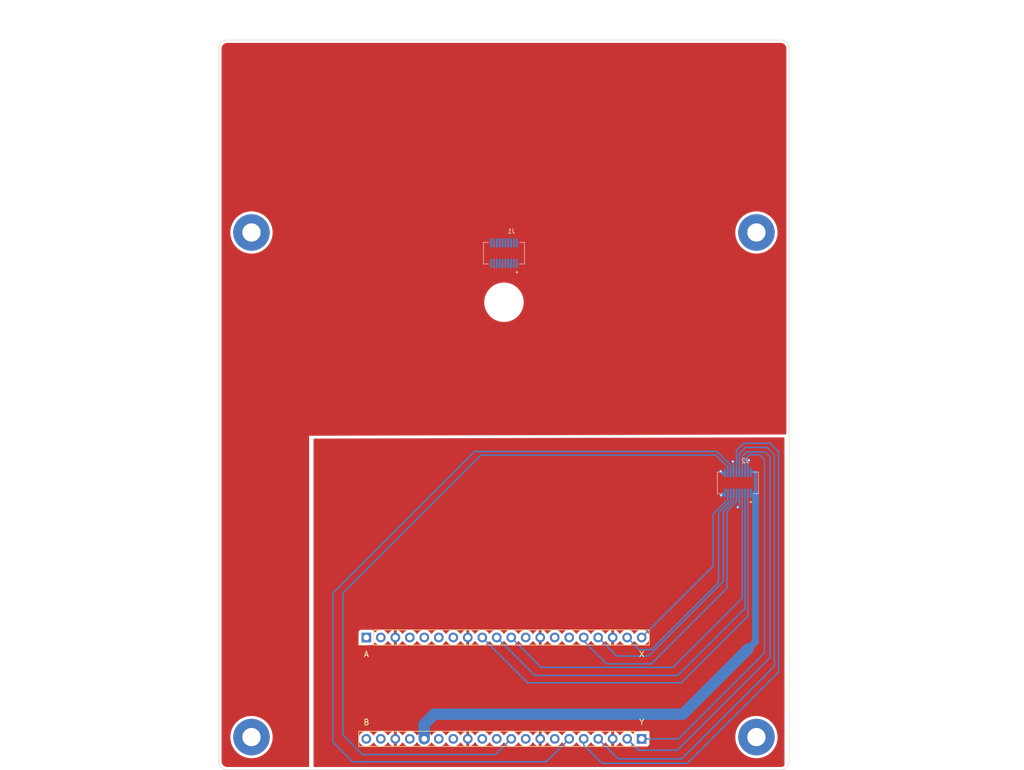
<source format=kicad_pcb>
(kicad_pcb (version 20221018) (generator pcbnew)
  (layers (0 "F.Cu" signal) (31 "B.Cu" signal) (34 "B.Paste" user) (35 "F.Paste" user) (36 "B.SilkS" user "B.Silkscreen") (37 "F.SilkS" user "F.Silkscreen") (38 "B.Mask" user) (39 "F.Mask" user) (44 "Edge.Cuts" user))
  (net 0 "")
  (net 21 "+3.3V")
  (net 22 "/LED_R")
  (net 23 "GND")
  (net 24 "/LED_G")
  (net 25 "/LCD_DC")
  (net 26 "/LED_B")
  (net 27 "/LCD_CS_n")
  (net 28 "/LCD_SCLK")
  (net 29 "/SWA")
  (net 30 "/LCD_MOSI")
  (net 31 "/SWB")
  (net 32 "/SWX")
  (net 33 "/BACKLIGHT_EN")
  (net 34 "/SWY")
  (net 35 "/RESET")
  (footprint "MountingHole:MountingHole_3.2mm_M3_Pad_TopBottom" (layer "F.Cu") (at 183.039934 55.250066)
    (fp_text reference "H4" hide)
    (fp_text value "MountingHole")
    (pad "1" thru_hole circle (at 0 0) (size 3.6 3.6) (drill 3.2) (layers "*.Cu" "*.Mask"))
    (pad "1" connect circle (at 0 0) (size 6.4 6.4) (layers "F.Cu" "F.Mask"))
    (pad "1" connect circle (at 0 0) (size 6.4 6.4) (layers "B.Cu" "B.Mask"))
  )
  (footprint "Connector_PinHeader_2.54mm:PinHeader_1x20_P2.54mm_Vertical" (layer "F.Cu") (at 114.664934 126.28 90)
    (fp_text reference "J3" hide)
    (fp_text value "Conn_01x20")
    (fp_line (start -1.33 -1.33) (end 0 -1.33) (stroke (width 0.12)) (layer "F.SilkS"))
    (fp_line (start -1.33 0) (end -1.33 -1.33) (stroke (width 0.12)) (layer "F.SilkS"))
    (fp_line (start -1.33 1.27) (end -1.33 49.59) (stroke (width 0.12)) (layer "F.SilkS"))
    (fp_line (start -1.33 1.27) (end 1.33 1.27) (stroke (width 0.12)) (layer "F.SilkS"))
    (fp_line (start -1.33 49.59) (end 1.33 49.59) (stroke (width 0.12)) (layer "F.SilkS"))
    (fp_line (start 1.33 1.27) (end 1.33 49.59) (stroke (width 0.12)) (layer "F.SilkS"))
    (pad "1" thru_hole rect (at 0 0 90) (size 1.7 1.7) (drill 1) (layers "*.Cu" "*.Mask"))
    (pad "2" thru_hole oval (at 0 2.54 90) (size 1.7 1.7) (drill 1) (layers "*.Cu" "*.Mask"))
    (pad "3" thru_hole oval (at 0 5.08 90) (size 1.7 1.7) (drill 1) (layers "*.Cu" "*.Mask") (net 23 "GND"))
    (pad "4" thru_hole oval (at 0 7.62 90) (size 1.7 1.7) (drill 1) (layers "*.Cu" "*.Mask"))
    (pad "5" thru_hole oval (at 0 10.16 90) (size 1.7 1.7) (drill 1) (layers "*.Cu" "*.Mask"))
    (pad "6" thru_hole oval (at 0 12.7 90) (size 1.7 1.7) (drill 1) (layers "*.Cu" "*.Mask"))
    (pad "7" thru_hole oval (at 0 15.24 90) (size 1.7 1.7) (drill 1) (layers "*.Cu" "*.Mask"))
    (pad "8" thru_hole oval (at 0 17.78 90) (size 1.7 1.7) (drill 1) (layers "*.Cu" "*.Mask") (net 23 "GND"))
    (pad "9" thru_hole oval (at 0 20.32 90) (size 1.7 1.7) (drill 1) (layers "*.Cu" "*.Mask") (net 22 "/LED_R"))
    (pad "10" thru_hole oval (at 0 22.86 90) (size 1.7 1.7) (drill 1) (layers "*.Cu" "*.Mask") (net 24 "/LED_G"))
    (pad "11" thru_hole oval (at 0 25.4 90) (size 1.7 1.7) (drill 1) (layers "*.Cu" "*.Mask") (net 26 "/LED_B"))
    (pad "12" thru_hole oval (at 0 27.94 90) (size 1.7 1.7) (drill 1) (layers "*.Cu" "*.Mask"))
    (pad "13" thru_hole oval (at 0 30.48 90) (size 1.7 1.7) (drill 1) (layers "*.Cu" "*.Mask") (net 23 "GND"))
    (pad "14" thru_hole oval (at 0 33.02 90) (size 1.7 1.7) (drill 1) (layers "*.Cu" "*.Mask"))
    (pad "15" thru_hole oval (at 0 35.56 90) (size 1.7 1.7) (drill 1) (layers "*.Cu" "*.Mask"))
    (pad "16" thru_hole oval (at 0 38.1 90) (size 1.7 1.7) (drill 1) (layers "*.Cu" "*.Mask") (net 29 "/SWA"))
    (pad "17" thru_hole oval (at 0 40.64 90) (size 1.7 1.7) (drill 1) (layers "*.Cu" "*.Mask") (net 31 "/SWB"))
    (pad "18" thru_hole oval (at 0 43.18 90) (size 1.7 1.7) (drill 1) (layers "*.Cu" "*.Mask") (net 23 "GND"))
    (pad "19" thru_hole oval (at 0 45.72 90) (size 1.7 1.7) (drill 1) (layers "*.Cu" "*.Mask") (net 32 "/SWX"))
    (pad "20" thru_hole oval (at 0 48.26 90) (size 1.7 1.7) (drill 1) (layers "*.Cu" "*.Mask") (net 34 "/SWY"))
  )
  (footprint "MountingHole:MountingHole_3.2mm_M3_Pad_TopBottom" (layer "F.Cu") (at 183.039934 143.750066)
    (fp_text reference "H3" hide)
    (fp_text value "MountingHole")
    (pad "1" thru_hole circle (at 0 0) (size 3.6 3.6) (drill 3.2) (layers "*.Cu" "*.Mask"))
    (pad "1" connect circle (at 0 0) (size 6.4 6.4) (layers "F.Cu" "F.Mask"))
    (pad "1" connect circle (at 0 0) (size 6.4 6.4) (layers "B.Cu" "B.Mask"))
  )
  (footprint "Connector_PinHeader_2.54mm:PinHeader_1x20_P2.54mm_Vertical" (layer "F.Cu") (at 162.924934 144.06 -90)
    (fp_text reference "J4" hide)
    (fp_text value "Conn_01x20")
    (fp_line (start -1.33 -1.33) (end 0 -1.33) (stroke (width 0.12)) (layer "F.SilkS"))
    (fp_line (start -1.33 0) (end -1.33 -1.33) (stroke (width 0.12)) (layer "F.SilkS"))
    (fp_line (start -1.33 1.27) (end -1.33 49.59) (stroke (width 0.12)) (layer "F.SilkS"))
    (fp_line (start -1.33 1.27) (end 1.33 1.27) (stroke (width 0.12)) (layer "F.SilkS"))
    (fp_line (start -1.33 49.59) (end 1.33 49.59) (stroke (width 0.12)) (layer "F.SilkS"))
    (fp_line (start 1.33 1.27) (end 1.33 49.59) (stroke (width 0.12)) (layer "F.SilkS"))
    (pad "1" thru_hole rect (at 0 0 270) (size 1.7 1.7) (drill 1) (layers "*.Cu" "*.Mask") (net 25 "/LCD_DC"))
    (pad "2" thru_hole oval (at 0 2.54 270) (size 1.7 1.7) (drill 1) (layers "*.Cu" "*.Mask") (net 27 "/LCD_CS_n"))
    (pad "3" thru_hole oval (at 0 5.08 270) (size 1.7 1.7) (drill 1) (layers "*.Cu" "*.Mask") (net 23 "GND"))
    (pad "4" thru_hole oval (at 0 7.62 270) (size 1.7 1.7) (drill 1) (layers "*.Cu" "*.Mask") (net 28 "/LCD_SCLK"))
    (pad "5" thru_hole oval (at 0 10.16 270) (size 1.7 1.7) (drill 1) (layers "*.Cu" "*.Mask") (net 30 "/LCD_MOSI"))
    (pad "6" thru_hole oval (at 0 12.7 270) (size 1.7 1.7) (drill 1) (layers "*.Cu" "*.Mask") (net 33 "/BACKLIGHT_EN"))
    (pad "7" thru_hole oval (at 0 15.24 270) (size 1.7 1.7) (drill 1) (layers "*.Cu" "*.Mask"))
    (pad "8" thru_hole oval (at 0 17.78 270) (size 1.7 1.7) (drill 1) (layers "*.Cu" "*.Mask") (net 23 "GND"))
    (pad "9" thru_hole oval (at 0 20.32 270) (size 1.7 1.7) (drill 1) (layers "*.Cu" "*.Mask"))
    (pad "10" thru_hole oval (at 0 22.86 270) (size 1.7 1.7) (drill 1) (layers "*.Cu" "*.Mask") (net 35 "/RESET"))
    (pad "11" thru_hole oval (at 0 25.4 270) (size 1.7 1.7) (drill 1) (layers "*.Cu" "*.Mask"))
    (pad "12" thru_hole oval (at 0 27.94 270) (size 1.7 1.7) (drill 1) (layers "*.Cu" "*.Mask"))
    (pad "13" thru_hole oval (at 0 30.48 270) (size 1.7 1.7) (drill 1) (layers "*.Cu" "*.Mask") (net 23 "GND"))
    (pad "14" thru_hole oval (at 0 33.02 270) (size 1.7 1.7) (drill 1) (layers "*.Cu" "*.Mask"))
    (pad "15" thru_hole oval (at 0 35.56 270) (size 1.7 1.7) (drill 1) (layers "*.Cu" "*.Mask"))
    (pad "16" thru_hole oval (at 0 38.1 270) (size 1.7 1.7) (drill 1) (layers "*.Cu" "*.Mask") (net 21 "+3.3V"))
    (pad "17" thru_hole oval (at 0 40.64 270) (size 1.7 1.7) (drill 1) (layers "*.Cu" "*.Mask"))
    (pad "18" thru_hole oval (at 0 43.18 270) (size 1.7 1.7) (drill 1) (layers "*.Cu" "*.Mask") (net 23 "GND"))
    (pad "19" thru_hole oval (at 0 45.72 270) (size 1.7 1.7) (drill 1) (layers "*.Cu" "*.Mask"))
    (pad "20" thru_hole oval (at 0 48.26 270) (size 1.7 1.7) (drill 1) (layers "*.Cu" "*.Mask"))
  )
  (footprint "MountingHole:MountingHole_3.2mm_M3_Pad_TopBottom" (layer "F.Cu") (at 94.539934 55.250066)
    (fp_text reference "H1" hide)
    (fp_text value "MountingHole")
    (pad "1" thru_hole circle (at 0 0) (size 3.6 3.6) (drill 3.2) (layers "*.Cu" "*.Mask"))
    (pad "1" connect circle (at 0 0) (size 6.4 6.4) (layers "F.Cu" "F.Mask"))
    (pad "1" connect circle (at 0 0) (size 6.4 6.4) (layers "B.Cu" "B.Mask"))
  )
  (footprint "LOGO" (layer "F.Cu") (at 97.282 130.302)
    (fp_text reference "G***" hide)
    (fp_text value "LOGO" hide)
  )
  (footprint "MountingHole:MountingHole_3.2mm_M3_Pad_TopBottom" (layer "F.Cu") (at 94.539934 143.750066)
    (fp_text reference "H2" hide)
    (fp_text value "MountingHole")
    (pad "1" thru_hole circle (at 0 0) (size 3.6 3.6) (drill 3.2) (layers "*.Cu" "*.Mask"))
    (pad "1" connect circle (at 0 0) (size 6.4 6.4) (layers "F.Cu" "F.Mask"))
    (pad "1" connect circle (at 0 0) (size 6.4 6.4) (layers "B.Cu" "B.Mask"))
  )
  (footprint "MountingHole:MountingHole_6.4mm_M6_ISO14580" (layer "F.Cu") (at 138.789934 67.4902)
    (fp_text reference "H5" hide)
    (fp_text value "MountingHole")
    (pad "" np_thru_hole circle (at 0 0) (size 6.4 6.4) (drill 6.4) (layers "*.Cu" "*.Mask"))
  )
  (footprint "LOGO" (layer "F.Cu") (at 140.208 52.324)
    (fp_text reference "G***" hide)
    (fp_text value "LOGO" hide)
  )
  (footprint "LOGO" (layer "F.Cu") (at 96.774 106.68)
    (fp_text reference "G***" hide)
    (fp_text value "LOGO" hide)
  )
  (footprint "DF12NC_3.0_-20DP-0.5V_51_:HRS_DF12NC_3.0_-20DP-0.5V_51_" (layer "B.Cu") (at 138.789934 58.88 180)
    (fp_text reference "J1" (at -1.3 3.85) (layer "B.SilkS") (effects (font (size 0.787402 0.787402)) (justify mirror)))
    (fp_text value "Conn_02x10_Odd_Even")
    (fp_line (start -3.6 -1.9) (end -2.72 -1.9) (stroke (width 0.127)) (layer "B.SilkS"))
    (fp_line (start -3.6 1.9) (end -3.6 -1.9) (stroke (width 0.127)) (layer "B.SilkS"))
    (fp_line (start -2.72 1.9) (end -3.6 1.9) (stroke (width 0.127)) (layer "B.SilkS"))
    (fp_line (start 2.72 -1.9) (end 3.6 -1.9) (stroke (width 0.127)) (layer "B.SilkS"))
    (fp_line (start 3.6 -1.9) (end 3.6 1.9) (stroke (width 0.127)) (layer "B.SilkS"))
    (fp_line (start 3.6 1.9) (end 2.72 1.9) (stroke (width 0.127)) (layer "B.SilkS"))
    (fp_circle (center -2.25 -3.35) (end -2.15 -3.35) (stroke (width 0.2)) (fill none) (layer "B.SilkS"))
    (pad "1" smd rect (at -2.25 -1.8 180) (size 0.3 1.6) (layers "B.Cu"))
    (pad "2" smd rect (at -2.25 1.8 180) (size 0.3 1.6) (layers "B.Cu"))
    (pad "3" smd rect (at -1.75 -1.8 180) (size 0.3 1.6) (layers "B.Cu"))
    (pad "4" smd rect (at -1.75 1.8 180) (size 0.3 1.6) (layers "B.Cu"))
    (pad "5" smd rect (at -1.25 -1.8 180) (size 0.3 1.6) (layers "B.Cu"))
    (pad "6" smd rect (at -1.25 1.8 180) (size 0.3 1.6) (layers "B.Cu"))
    (pad "7" smd rect (at -0.75 -1.8 180) (size 0.3 1.6) (layers "B.Cu"))
    (pad "8" smd rect (at -0.75 1.8 180) (size 0.3 1.6) (layers "B.Cu"))
    (pad "9" smd rect (at -0.25 -1.8 180) (size 0.3 1.6) (layers "B.Cu"))
    (pad "10" smd rect (at -0.25 1.8 180) (size 0.3 1.6) (layers "B.Cu"))
    (pad "11" smd rect (at 0.25 -1.8 180) (size 0.3 1.6) (layers "B.Cu"))
    (pad "12" smd rect (at 0.25 1.8 180) (size 0.3 1.6) (layers "B.Cu"))
    (pad "13" smd rect (at 0.75 -1.8 180) (size 0.3 1.6) (layers "B.Cu"))
    (pad "14" smd rect (at 0.75 1.8 180) (size 0.3 1.6) (layers "B.Cu"))
    (pad "15" smd rect (at 1.25 -1.8 180) (size 0.3 1.6) (layers "B.Cu"))
    (pad "16" smd rect (at 1.25 1.8 180) (size 0.3 1.6) (layers "B.Cu"))
    (pad "17" smd rect (at 1.75 -1.8 180) (size 0.3 1.6) (layers "B.Cu"))
    (pad "18" smd rect (at 1.75 1.8 180) (size 0.3 1.6) (layers "B.Cu"))
    (pad "19" smd rect (at 2.25 -1.8 180) (size 0.3 1.6) (layers "B.Cu"))
    (pad "20" smd rect (at 2.25 1.8 180) (size 0.3 1.6) (layers "B.Cu"))
  )
  (footprint "DF12NC_3.0_-20DP-0.5V_51_:HRS_DF12NC_3.0_-20DP-0.5V_51_" (layer "B.Cu") (at 179.79 99.162566 180)
    (fp_text reference "J2" (at -1.3 3.85) (layer "B.SilkS") (effects (font (size 0.787402 0.787402)) (justify mirror)))
    (fp_text value "Conn_02x10_Odd_Even")
    (fp_line (start -3.6 -1.9) (end -2.72 -1.9) (stroke (width 0.127)) (layer "B.SilkS"))
    (fp_line (start -3.6 1.9) (end -3.6 -1.9) (stroke (width 0.127)) (layer "B.SilkS"))
    (fp_line (start -2.72 1.9) (end -3.6 1.9) (stroke (width 0.127)) (layer "B.SilkS"))
    (fp_line (start 2.72 -1.9) (end 3.6 -1.9) (stroke (width 0.127)) (layer "B.SilkS"))
    (fp_line (start 3.6 -1.9) (end 3.6 1.9) (stroke (width 0.127)) (layer "B.SilkS"))
    (fp_line (start 3.6 1.9) (end 2.72 1.9) (stroke (width 0.127)) (layer "B.SilkS"))
    (fp_circle (center -2.25 -3.35) (end -2.15 -3.35) (stroke (width 0.2)) (fill none) (layer "B.SilkS"))
    (pad "1" smd rect (at -2.25 -1.8 180) (size 0.3 1.6) (layers "B.Cu") (net 21 "+3.3V"))
    (pad "2" smd rect (at -2.25 1.8 180) (size 0.3 1.6) (layers "B.Cu") (net 21 "+3.3V"))
    (pad "3" smd rect (at -1.75 -1.8 180) (size 0.3 1.6) (layers "B.Cu") (net 22 "/LED_R"))
    (pad "4" smd rect (at -1.75 1.8 180) (size 0.3 1.6) (layers "B.Cu") (net 23 "GND"))
    (pad "5" smd rect (at -1.25 -1.8 180) (size 0.3 1.6) (layers "B.Cu") (net 24 "/LED_G"))
    (pad "6" smd rect (at -1.25 1.8 180) (size 0.3 1.6) (layers "B.Cu") (net 25 "/LCD_DC"))
    (pad "7" smd rect (at -0.75 -1.8 180) (size 0.3 1.6) (layers "B.Cu") (net 26 "/LED_B"))
    (pad "8" smd rect (at -0.75 1.8 180) (size 0.3 1.6) (layers "B.Cu") (net 27 "/LCD_CS_n"))
    (pad "9" smd rect (at -0.25 -1.8 180) (size 0.3 1.6) (layers "B.Cu") (net 23 "GND"))
    (pad "10" smd rect (at -0.25 1.8 180) (size 0.3 1.6) (layers "B.Cu") (net 28 "/LCD_SCLK"))
    (pad "11" smd rect (at 0.25 -1.8 180) (size 0.3 1.6) (layers "B.Cu") (net 29 "/SWA"))
    (pad "12" smd rect (at 0.25 1.8 180) (size 0.3 1.6) (layers "B.Cu") (net 30 "/LCD_MOSI"))
    (pad "13" smd rect (at 0.75 -1.8 180) (size 0.3 1.6) (layers "B.Cu") (net 31 "/SWB"))
    (pad "14" smd rect (at 0.75 1.8 180) (size 0.3 1.6) (layers "B.Cu") (net 23 "GND"))
    (pad "15" smd rect (at 1.25 -1.8 180) (size 0.3 1.6) (layers "B.Cu") (net 32 "/SWX"))
    (pad "16" smd rect (at 1.25 1.8 180) (size 0.3 1.6) (layers "B.Cu") (net 33 "/BACKLIGHT_EN"))
    (pad "17" smd rect (at 1.75 -1.8 180) (size 0.3 1.6) (layers "B.Cu") (net 34 "/SWY"))
    (pad "18" smd rect (at 1.75 1.8 180) (size 0.3 1.6) (layers "B.Cu") (net 35 "/RESET"))
    (pad "19" smd rect (at 2.25 -1.8 180) (size 0.3 1.6) (layers "B.Cu") (net 23 "GND"))
    (pad "20" smd rect (at 2.25 1.8 180) (size 0.3 1.6) (layers "B.Cu") (net 23 "GND"))
  )
  (gr_arc locked (start 188.790001 148) (mid 188.35062 149.060743) (end 187.289868 149.500133) (stroke (width 0.1)) (layer "Edge.Cuts"))
  (gr_arc locked (start 88.789868 23.000132) (mid 89.229246 21.939378) (end 90.29 21.5) (stroke (width 0.1)) (layer "Edge.Cuts"))
  (gr_arc locked (start 187.289868 21.5) (mid 188.350631 21.939369) (end 188.790001 23.000133) (stroke (width 0.1)) (layer "Edge.Cuts"))
  (gr_line locked (start 187.289868 21.5) (end 90.29 21.5) (stroke (width 0.1)) (layer "Edge.Cuts"))
  (gr_line locked (start 90.290001 149.500133) (end 187.289868 149.500133) (stroke (width 0.1)) (layer "Edge.Cuts"))
  (gr_arc locked (start 90.290001 149.500133) (mid 89.229247 149.060754) (end 88.789868 148) (stroke (width 0.1)) (layer "Edge.Cuts"))
  (gr_line locked (start 188.790001 148) (end 188.790001 23.000133) (stroke (width 0.1)) (layer "Edge.Cuts"))
  (gr_line locked (start 88.789868 23.000132) (end 88.789868 148) (stroke (width 0.1)) (layer "Edge.Cuts"))
  (gr_text "A" (at 114.148863 129.794) (layer "F.SilkS") (effects (font (size 1 1)) (justify left bottom)))
  (gr_text "Y" (at 162.408863 141.732) (layer "F.SilkS") (effects (font (size 1 1)) (justify left bottom)))
  (gr_text "X" (at 162.361244 129.794) (layer "F.SilkS") (effects (font (size 1 1)) (justify left bottom)))
  (gr_text "B" (at 114.077434 141.732) (layer "F.SilkS") (effects (font (size 1 1)) (justify left bottom)))
  (segment (start 182.88 97.26) (end 182.142566 97.26) (width 0.5) (layer "B.Cu") (net 21))
  (segment (start 182.88 127) (end 182.88 101.05) (width 1.2) (layer "B.Cu") (net 21))
  (segment (start 124.814934 141.495066) (end 124.814934 144.06) (width 2) (layer "B.Cu") (net 21))
  (segment (start 126.58 139.73) (end 124.814934 141.495066) (width 2) (layer "B.Cu") (net 21))
  (segment (start 170.15 139.73) (end 126.58 139.73) (width 2) (layer "B.Cu") (net 21))
  (segment (start 181.61 128.27) (end 170.15 139.73) (width 2) (layer "B.Cu") (net 21))
  (segment (start 181.61 128.27) (end 182.88 127) (width 1.2) (layer "B.Cu") (net 21))
  (segment (start 182.88 101.05) (end 182.14 101.05) (width 0.5) (layer "B.Cu") (net 21))
  (segment (start 182.88 101.05) (end 182.88 97.26) (width 0.5) (layer "B.Cu") (net 21))
  (segment (start 182.142566 97.26) (end 182.14 97.262566) (width 0.5) (layer "B.Cu") (net 21))
  (segment (start 181.54 122.54) (end 169.85 134.23) (width 0.25) (layer "B.Cu") (net 22))
  (segment (start 142.934934 134.23) (end 134.984934 126.28) (width 0.25) (layer "B.Cu") (net 22))
  (segment (start 169.85 134.23) (end 142.934934 134.23) (width 0.25) (layer "B.Cu") (net 22))
  (segment (start 181.54 100.962566) (end 181.54 122.54) (width 0.25) (layer "B.Cu") (net 22))
  (via (at 179.77 103.42) (size 0.6) (drill 0.3) (layers "F.Cu" "B.Cu") (net 23))
  (via (at 178.8955 95.41) (size 0.6) (drill 0.3) (layers "F.Cu" "B.Cu") (net 23))
  (via (at 176.855 101.375) (size 0.6) (drill 0.3) (layers "F.Cu" "B.Cu") (net 23))
  (via (at 176.765 97.105) (size 0.6) (drill 0.3) (layers "F.Cu" "B.Cu") (net 23))
  (via (at 181.72 95.21) (size 0.6) (drill 0.3) (layers "F.Cu" "B.Cu") (net 23))
  (segment (start 181.52 97.523055) (end 181.52 95.41) (width 0.3) (layer "B.Cu") (net 23))
  (segment (start 176.855 101.375) (end 177.106945 101.123055) (width 0.5) (layer "B.Cu") (net 23))
  (segment (start 177.183055 97.523055) (end 177.42 97.523055) (width 0.5) (layer "B.Cu") (net 23))
  (segment (start 176.765 97.105) (end 177.183055 97.523055) (width 0.5) (layer "B.Cu") (net 23))
  (segment (start 179.02 97.523055) (end 179.02 95.41) (width 0.3) (layer "B.Cu") (net 23))
  (segment (start 180.04 103.15) (end 179.77 103.42) (width 0.25) (layer "B.Cu") (net 23))
  (segment (start 180.04 100.962566) (end 180.04 103.15) (width 0.25) (layer "B.Cu") (net 23))
  (segment (start 177.106945 101.123055) (end 177.42 101.123055) (width 0.5) (layer "B.Cu") (net 23))
  (segment (start 169.26 132.95) (end 144.194934 132.95) (width 0.25) (layer "B.Cu") (net 24))
  (segment (start 144.194934 132.95) (end 137.524934 126.28) (width 0.25) (layer "B.Cu") (net 24))
  (segment (start 181.04 100.962566) (end 181.04 121.17) (width 0.25) (layer "B.Cu") (net 24))
  (segment (start 181.04 121.17) (end 169.26 132.95) (width 0.25) (layer "B.Cu") (net 24))
  (segment (start 184.435 95.027) (end 184.435 129.001) (width 0.25) (layer "B.Cu") (net 25))
  (segment (start 181.04 95.006116) (end 181.812116 94.234) (width 0.25) (layer "B.Cu") (net 25))
  (segment (start 181.812116 94.234) (end 183.642 94.234) (width 0.25) (layer "B.Cu") (net 25))
  (segment (start 181.04 97.362566) (end 181.04 95.006116) (width 0.25) (layer "B.Cu") (net 25))
  (segment (start 183.642 94.234) (end 184.435 95.027) (width 0.25) (layer "B.Cu") (net 25))
  (segment (start 169.376 144.06) (end 162.914934 144.06) (width 0.25) (layer "B.Cu") (net 25))
  (segment (start 184.435 129.001) (end 169.376 144.06) (width 0.25) (layer "B.Cu") (net 25))
  (segment (start 180.54 100.962566) (end 180.54 119.39) (width 0.25) (layer "B.Cu") (net 26))
  (segment (start 145.314934 131.53) (end 140.064934 126.28) (width 0.25) (layer "B.Cu") (net 26))
  (segment (start 168.4 131.53) (end 145.314934 131.53) (width 0.25) (layer "B.Cu") (net 26))
  (segment (start 180.54 119.39) (end 168.4 131.53) (width 0.25) (layer "B.Cu") (net 26))
  (segment (start 180.54 94.542) (end 181.356 93.726) (width 0.25) (layer "B.Cu") (net 27))
  (segment (start 181.356 93.726) (end 184.532396 93.726) (width 0.25) (layer "B.Cu") (net 27))
  (segment (start 184.532396 93.726) (end 185.42 94.613604) (width 0.25) (layer "B.Cu") (net 27))
  (segment (start 169.164 146.05) (end 162.306 146.05) (width 0.25) (layer "B.Cu") (net 27))
  (segment (start 162.306 146.05) (end 162.306 145.991066) (width 0.25) (layer "B.Cu") (net 27))
  (segment (start 180.54 97.362566) (end 180.54 94.542) (width 0.25) (layer "B.Cu") (net 27))
  (segment (start 185.42 94.613604) (end 185.42 129.794) (width 0.25) (layer "B.Cu") (net 27))
  (segment (start 162.306 145.991066) (end 160.374934 144.06) (width 0.25) (layer "B.Cu") (net 27))
  (segment (start 185.42 129.794) (end 169.164 146.05) (width 0.25) (layer "B.Cu") (net 27))
  (segment (start 186.182 131.318) (end 169.926 147.574) (width 0.25) (layer "B.Cu") (net 28))
  (segment (start 158.808934 147.574) (end 155.294934 144.06) (width 0.25) (layer "B.Cu") (net 28))
  (segment (start 184.912 92.964) (end 186.182 94.234) (width 0.25) (layer "B.Cu") (net 28))
  (segment (start 186.182 94.234) (end 186.182 131.318) (width 0.25) (layer "B.Cu") (net 28))
  (segment (start 180.04 97.362566) (end 180.04 94.026) (width 0.25) (layer "B.Cu") (net 28))
  (segment (start 181.102 92.964) (end 184.912 92.964) (width 0.25) (layer "B.Cu") (net 28))
  (segment (start 180.04 94.026) (end 181.102 92.964) (width 0.25) (layer "B.Cu") (net 28))
  (segment (start 169.926 147.574) (end 158.808934 147.574) (width 0.25) (layer "B.Cu") (net 28))
  (segment (start 179.54 100.962566) (end 179.54 102.471754) (width 0.25) (layer "B.Cu") (net 29))
  (segment (start 177.89 104.121754) (end 177.89 117.61) (width 0.25) (layer "B.Cu") (net 29))
  (segment (start 177.89 117.61) (end 164.59 130.91) (width 0.25) (layer "B.Cu") (net 29))
  (segment (start 164.59 130.91) (end 156.8 130.91) (width 0.25) (layer "B.Cu") (net 29))
  (segment (start 179.54 102.471754) (end 177.89 104.121754) (width 0.25) (layer "B.Cu") (net 29))
  (segment (start 156.8 130.91) (end 152.764934 126.874934) (width 0.25) (layer "B.Cu") (net 29))
  (segment (start 152.764934 126.874934) (end 152.764934 126.28) (width 0.25) (layer "B.Cu") (net 29))
  (segment (start 152.754934 145.134934) (end 152.754934 144.06) (width 0.25) (layer "B.Cu") (net 30))
  (segment (start 179.54 97.362566) (end 179.565 97.337566) (width 0.25) (layer "B.Cu") (net 30))
  (segment (start 179.54 93.51) (end 180.848 92.202) (width 0.25) (layer "B.Cu") (net 30))
  (segment (start 170.942 148.336) (end 155.956 148.336) (width 0.25) (layer "B.Cu") (net 30))
  (segment (start 185.42 92.202) (end 186.944 93.726) (width 0.25) (layer "B.Cu") (net 30))
  (segment (start 179.54 97.362566) (end 179.54 93.51) (width 0.25) (layer "B.Cu") (net 30))
  (segment (start 186.944 132.334) (end 170.942 148.336) (width 0.25) (layer "B.Cu") (net 30))
  (segment (start 180.848 92.202) (end 185.42 92.202) (width 0.25) (layer "B.Cu") (net 30))
  (segment (start 155.956 148.336) (end 152.754934 145.134934) (width 0.25) (layer "B.Cu") (net 30))
  (segment (start 186.944 93.726) (end 186.944 132.334) (width 0.25) (layer "B.Cu") (net 30))
  (segment (start 155.304934 126.28) (end 158.564934 129.54) (width 0.25) (layer "B.Cu") (net 31))
  (segment (start 158.564934 129.54) (end 164.126396 129.54) (width 0.25) (layer "B.Cu") (net 31))
  (segment (start 179.04 102.335358) (end 179.04 100.962566) (width 0.25) (layer "B.Cu") (net 31))
  (segment (start 177.21 116.456396) (end 177.21 104.165358) (width 0.25) (layer "B.Cu") (net 31))
  (segment (start 177.21 104.165358) (end 179.04 102.335358) (width 0.25) (layer "B.Cu") (net 31))
  (segment (start 164.126396 129.54) (end 177.21 116.456396) (width 0.25) (layer "B.Cu") (net 31))
  (segment (start 176.41 116.62) (end 164.61 128.42) (width 0.25) (layer "B.Cu") (net 32))
  (segment (start 176.41 104.328962) (end 176.41 116.62) (width 0.25) (layer "B.Cu") (net 32))
  (segment (start 178.54 100.962566) (end 178.54 102.198962) (width 0.25) (layer "B.Cu") (net 32))
  (segment (start 162.524934 128.42) (end 160.384934 126.28) (width 0.25) (layer "B.Cu") (net 32))
  (segment (start 164.61 128.42) (end 162.524934 128.42) (width 0.25) (layer "B.Cu") (net 32))
  (segment (start 178.54 102.198962) (end 176.41 104.328962) (width 0.25) (layer "B.Cu") (net 32))
  (segment (start 108.81 118.5) (end 108.81 144.624) (width 0.25) (layer "B.Cu") (net 33))
  (segment (start 176.15 93.66) (end 133.65 93.66) (width 0.25) (layer "B.Cu") (net 33))
  (segment (start 178.54 97.362566) (end 178.54 96.05) (width 0.25) (layer "B.Cu") (net 33))
  (segment (start 133.65 93.66) (end 108.81 118.5) (width 0.25) (layer "B.Cu") (net 33))
  (segment (start 108.81 144.624) (end 112.268 148.082) (width 0.25) (layer "B.Cu") (net 33))
  (segment (start 178.54 96.05) (end 176.15 93.66) (width 0.25) (layer "B.Cu") (net 33))
  (segment (start 146.192934 148.082) (end 150.214934 144.06) (width 0.25) (layer "B.Cu") (net 33))
  (segment (start 112.268 148.082) (end 146.192934 148.082) (width 0.25) (layer "B.Cu") (net 33))
  (segment (start 175.42 113.784934) (end 162.924934 126.28) (width 0.25) (layer "B.Cu") (net 34))
  (segment (start 178.04 100.962566) (end 178.04 102.062566) (width 0.25) (layer "B.Cu") (net 34))
  (segment (start 178.04 102.062566) (end 175.42 104.682566) (width 0.25) (layer "B.Cu") (net 34))
  (segment (start 175.42 104.682566) (end 175.42 113.784934) (width 0.25) (layer "B.Cu") (net 34))
  (segment (start 175.92 94.29) (end 134.75 94.29) (width 0.25) (layer "B.Cu") (net 35))
  (segment (start 110.55 118.49) (end 110.55 143.4) (width 0.25) (layer "B.Cu") (net 35))
  (segment (start 178.04 96.41) (end 175.92 94.29) (width 0.25) (layer "B.Cu") (net 35))
  (segment (start 110.55 143.4) (end 113.962 146.812) (width 0.25) (layer "B.Cu") (net 35))
  (segment (start 137.302934 146.812) (end 140.054934 144.06) (width 0.25) (layer "B.Cu") (net 35))
  (segment (start 178.04 97.362566) (end 178.04 96.41) (width 0.25) (layer "B.Cu") (net 35))
  (segment (start 113.962 146.812) (end 137.302934 146.812) (width 0.25) (layer "B.Cu") (net 35))
  (segment (start 134.75 94.29) (end 110.55 118.49) (width 0.25) (layer "B.Cu") (net 35))
  (zone (net 23) (net_name "GND") (layer "F.Cu") (connect_pads (clearance 0.5)) (min_thickness 0.25) (fill yes (thermal_gap 0.5) (thermal_bridge_width 0.5) (smoothing fillet))
    (polygon (pts (xy 105.41 149.45) (xy 187.95 149.45) (xy 187.95 149.45) (xy 187.95 91.186) (xy 187.95 91.186) (xy 106.934 91.186) (xy 105.41 91.186) (xy 105.41 143.002)))
  )
  (zone (net 0) (net_name "") (layer "F.Cu") (priority 1) (connect_pads (clearance 0.5)) (min_thickness 0.25) (fill yes (thermal_gap 0.5) (thermal_bridge_width 0.5) (island_removal_mode 1) (island_area_min 10))
    (polygon (pts (xy 188.711326 90.672866) (xy 104.648 90.896539) (xy 104.648 127.254) (xy 104.648 149.352) (xy 88.646 149.352) (xy 88.646 90.16484) (xy 88.638098 90.16486) (xy 88.9 22.99) (xy 88.903215 21.813215) (xy 102.87 21.52) (xy 188.976 21.52)))
  )
)
</source>
